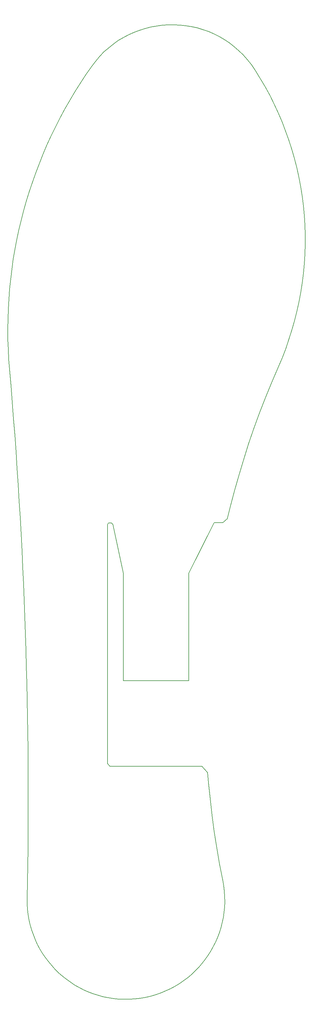
<source format=gbr>
G04 #@! TF.GenerationSoftware,KiCad,Pcbnew,(5.0.0)*
G04 #@! TF.CreationDate,2018-11-24T01:34:47+01:00*
G04 #@! TF.ProjectId,Insole_flex_32s,496E736F6C655F666C65785F3332732E,rev?*
G04 #@! TF.SameCoordinates,Original*
G04 #@! TF.FileFunction,Other,ECO1*
%FSLAX46Y46*%
G04 Gerber Fmt 4.6, Leading zero omitted, Abs format (unit mm)*
G04 Created by KiCad (PCBNEW (5.0.0)) date 11/24/18 01:34:47*
%MOMM*%
%LPD*%
G01*
G04 APERTURE LIST*
%ADD10C,0.200000*%
G04 APERTURE END LIST*
D10*
G04 #@! TO.C,REF\002A\002A*
X46400000Y-157400000D02*
X46000000Y-157000000D01*
X71650000Y-225800000D02*
X73300000Y-227550000D01*
X44900000Y-225000000D02*
X45600000Y-225800000D01*
X67900000Y-171200000D02*
X75100000Y-156900000D01*
X77600000Y-156900000D02*
X78900000Y-155800000D01*
X49400000Y-171200000D02*
X46400000Y-157400000D01*
X45200000Y-157000000D02*
X46000000Y-157000000D01*
X44900000Y-157500000D02*
X45200000Y-157000000D01*
X49400000Y-201600000D02*
X49400000Y-171200000D01*
X67900000Y-201600000D02*
X67900000Y-171200000D01*
X67900000Y-201600000D02*
X49400000Y-201600000D01*
X98608992Y-97129024D02*
X99194244Y-94445036D01*
X99694875Y-91749770D02*
X100111039Y-89045203D01*
X100111039Y-89045203D02*
X100442892Y-86333313D01*
X100930331Y-75452073D02*
X100842951Y-72733231D01*
X100934131Y-78173480D02*
X100930331Y-75452073D01*
X93311748Y-112885361D02*
X94407984Y-110310572D01*
X97184003Y-102455254D02*
X97938963Y-99799756D01*
X96343956Y-105093541D02*
X97184003Y-102455254D01*
X100854281Y-80895474D02*
X100934131Y-78173480D01*
X100690588Y-83616078D02*
X100854281Y-80895474D01*
X100442892Y-86333313D02*
X100690588Y-83616078D01*
X99194244Y-94445036D02*
X99694875Y-91749770D01*
X97938963Y-99799756D02*
X98608992Y-97129024D01*
X95418668Y-107712640D02*
X96343956Y-105093541D01*
X94407984Y-110310572D02*
X95418668Y-107712640D01*
X25053089Y-276156753D02*
X25732703Y-277437143D01*
X20660077Y-164885949D02*
X20887117Y-169560322D01*
X29059780Y-282129343D02*
X30032523Y-283184633D01*
X22353037Y-221014716D02*
X22392497Y-225694668D01*
X22679772Y-269214933D02*
X23010348Y-270668343D01*
X21639017Y-188264227D02*
X21787920Y-192941611D01*
X21787920Y-192941611D02*
X21921192Y-197619479D01*
X21294321Y-178911070D02*
X21474483Y-183587367D01*
X22297937Y-216335013D02*
X22353037Y-221014716D01*
X22300747Y-253777425D02*
X22230697Y-258458023D01*
X22156087Y-264692903D02*
X22250407Y-266225133D01*
X22424517Y-235055164D02*
X22417017Y-239735630D01*
X25732703Y-277437143D02*
X26475415Y-278676673D01*
X22140837Y-206976512D02*
X22227207Y-211655598D01*
X22250407Y-266225133D02*
X22425713Y-267733173D01*
X22230697Y-258458023D02*
X22144997Y-263138563D01*
X22227207Y-211655598D02*
X22297937Y-216335013D01*
X23892103Y-273481763D02*
X24438811Y-274837603D01*
X22393907Y-244416188D02*
X22355147Y-249096799D01*
X22425713Y-267733173D02*
X22679772Y-269214933D01*
X22416317Y-230374831D02*
X22424517Y-235055164D01*
X21474483Y-183587367D02*
X21639017Y-188264227D01*
X23415204Y-272091313D02*
X23892103Y-273481763D01*
X34420303Y-286872353D02*
X35630269Y-287650503D01*
X22392497Y-225694668D02*
X22416317Y-230374831D01*
X28141190Y-281024853D02*
X29059780Y-282129343D01*
X40855120Y-290125483D02*
X42246398Y-290574413D01*
X39495631Y-289606543D02*
X40855120Y-290125483D01*
X24438811Y-274837603D02*
X25053089Y-276156753D01*
X22038832Y-202297792D02*
X22140837Y-206976512D01*
X21921192Y-197619479D02*
X22038832Y-202297792D01*
X38170169Y-289019683D02*
X39495631Y-289606543D01*
X36880969Y-288366973D02*
X38170169Y-289019683D01*
X21098532Y-174235375D02*
X21294321Y-178911070D01*
X20887117Y-169560322D02*
X21098532Y-174235375D01*
X35630269Y-287650503D02*
X36880969Y-288366973D01*
X22144997Y-263138563D02*
X22156087Y-264692903D01*
X33253310Y-286034613D02*
X34420303Y-286872353D01*
X32131525Y-285139353D02*
X33253310Y-286034613D01*
X31057184Y-284188673D02*
X32131525Y-285139353D01*
X30032523Y-283184633D02*
X31057184Y-284188673D01*
X27278990Y-279873273D02*
X28141190Y-281024853D01*
X23010348Y-270668343D02*
X23415204Y-272091313D01*
X22355147Y-249096799D02*
X22300747Y-253777425D01*
X22417017Y-239735630D02*
X22393907Y-244416188D01*
X26475415Y-278676673D02*
X27278990Y-279873273D01*
X16779281Y-96456164D02*
X16680931Y-99291010D01*
X41495875Y-26374873D02*
X40385894Y-27839563D01*
X20431789Y-71341999D02*
X19783204Y-74085048D01*
X22735211Y-63207789D02*
X21908062Y-65902378D01*
X19595698Y-146196044D02*
X19885223Y-150867304D01*
X19194677Y-76842265D02*
X18666480Y-79612660D01*
X19783204Y-74085048D02*
X19194677Y-76842265D01*
X21140165Y-68614112D02*
X20431789Y-71341999D01*
X31453139Y-42387413D02*
X30161673Y-44909113D01*
X35667427Y-34982743D02*
X34206285Y-37423233D01*
X43919619Y-23737853D02*
X42675373Y-25007673D01*
X40385894Y-27839563D02*
X38757501Y-30189913D01*
X20417414Y-160212295D02*
X20660077Y-164885949D01*
X18666480Y-79612660D02*
X18198880Y-82395238D01*
X27750301Y-50026763D02*
X26630934Y-52620743D01*
X38757501Y-30189913D02*
X37184588Y-32571313D01*
X17530613Y-118188265D02*
X17913827Y-122853678D01*
X20159129Y-155539400D02*
X20417414Y-160212295D01*
X16939850Y-93627549D02*
X16779281Y-96456164D01*
X19885223Y-150867304D02*
X20159129Y-155539400D01*
X23621342Y-60531339D02*
X22735211Y-63207789D01*
X16645061Y-102131093D02*
X16671941Y-104975423D01*
X25569473Y-55236823D02*
X24566185Y-57874020D01*
X19290555Y-141525662D02*
X19595698Y-146196044D01*
X18969795Y-136856194D02*
X19290555Y-141525662D01*
X18281430Y-127520163D02*
X18633419Y-132187682D01*
X18633419Y-132187682D02*
X18969795Y-136856194D01*
X17913827Y-122853678D02*
X18281430Y-127520163D01*
X16671941Y-104975423D02*
X16761841Y-107823006D01*
X28927304Y-47455893D02*
X27750301Y-50026763D01*
X37184588Y-32571313D02*
X35667427Y-34982743D01*
X42675373Y-25007673D02*
X41495875Y-26374873D01*
X17131789Y-113523963D02*
X17530613Y-118188265D01*
X16915035Y-110672850D02*
X17131789Y-113523963D01*
X18198880Y-82395238D02*
X17792148Y-85189009D01*
X34206285Y-37423233D02*
X32801433Y-39891793D01*
X17162364Y-90806156D02*
X16939850Y-93627549D01*
X17446553Y-87992979D02*
X17162364Y-90806156D01*
X32801433Y-39891793D02*
X31453139Y-42387413D01*
X16680931Y-99291010D02*
X16645061Y-102131093D01*
X16761841Y-107823006D02*
X16915035Y-110672850D01*
X24566185Y-57874020D02*
X23621342Y-60531339D01*
X26630934Y-52620743D02*
X25569473Y-55236823D01*
X30161673Y-44909113D02*
X28927304Y-47455893D01*
X17792148Y-85189009D02*
X17446553Y-87992979D01*
X21908062Y-65902378D02*
X21140165Y-68614112D01*
X92175588Y-38521473D02*
X90934952Y-36046183D01*
X82116211Y-23347133D02*
X80803556Y-22215163D01*
X85679448Y-27311193D02*
X84558928Y-25895253D01*
X97155145Y-51312133D02*
X96322899Y-48705363D01*
X83369592Y-24573863D02*
X82116211Y-23347133D01*
X99158404Y-59246707D02*
X98573052Y-56584782D01*
X90934952Y-36046183D02*
X89613103Y-33603123D01*
X98573052Y-56584782D02*
X97905247Y-53939265D01*
X94412600Y-43560823D02*
X93334855Y-41027013D01*
X86726384Y-28821593D02*
X85679448Y-27311193D01*
X97905247Y-53939265D02*
X97155145Y-51312133D01*
X95408666Y-46120933D02*
X94412600Y-43560823D01*
X93334855Y-41027013D02*
X92175588Y-38521473D01*
X100081130Y-64611869D02*
X99661148Y-61923061D01*
X100418195Y-67311151D02*
X100081130Y-64611869D01*
X80803556Y-22215163D02*
X79436395Y-21178043D01*
X84558928Y-25895253D02*
X83369592Y-24573863D01*
X100842951Y-72733231D02*
X100672187Y-70018931D01*
X99661148Y-61923061D02*
X99158404Y-59246707D01*
X100672187Y-70018931D02*
X100418195Y-67311151D01*
X88210195Y-31194263D02*
X86726384Y-28821593D01*
X96322899Y-48705363D02*
X95408666Y-46120933D01*
X89613103Y-33603123D02*
X88210195Y-31194263D01*
X74538150Y-239677485D02*
X74006835Y-235060325D01*
X77568679Y-258073333D02*
X77568678Y-258073323D01*
X77568675Y-258073263D02*
X77568674Y-258073253D01*
X77568675Y-258073273D02*
X77568675Y-258073263D01*
X77568684Y-258073403D02*
X77568684Y-258073393D01*
X77568677Y-258073293D02*
X77568676Y-258073283D01*
X77568690Y-258073483D02*
X77568689Y-258073473D01*
X77568689Y-258073473D02*
X77568688Y-258073463D01*
X77568680Y-258073343D02*
X77568679Y-258073333D01*
X75872077Y-248892545D02*
X75159850Y-244288659D01*
X77568685Y-258073413D02*
X77568684Y-258073403D01*
X77568681Y-258073363D02*
X77568681Y-258073353D01*
X77568688Y-258073463D02*
X77568687Y-258073453D01*
X77568691Y-258073503D02*
X77568690Y-258073493D01*
X75159850Y-244288659D02*
X74538150Y-239677485D01*
X71650000Y-225800000D02*
X45600000Y-225800000D01*
X73565764Y-230438477D02*
X73300000Y-227550000D01*
X77568676Y-258073283D02*
X77568675Y-258073273D01*
X77568682Y-258073373D02*
X77568681Y-258073363D01*
X77568687Y-258073443D02*
X77568686Y-258073433D01*
X77568684Y-258073393D02*
X77568683Y-258073383D01*
X77568693Y-258073523D02*
X77568692Y-258073513D01*
X77568681Y-258073353D02*
X77568680Y-258073343D01*
X76674971Y-253487843D02*
X75872077Y-248892545D01*
X77568674Y-258073253D02*
X76674971Y-253487843D01*
X77568683Y-258073383D02*
X77568682Y-258073373D01*
X77568678Y-258073303D02*
X77568677Y-258073293D01*
X77568678Y-258073323D02*
X77568678Y-258073303D01*
X77568690Y-258073493D02*
X77568690Y-258073483D01*
X77568687Y-258073453D02*
X77568687Y-258073443D01*
X44900000Y-225000000D02*
X44900000Y-157500000D01*
X77568692Y-258073513D02*
X77568691Y-258073503D01*
X77568686Y-258073433D02*
X77568685Y-258073413D01*
X74006835Y-235060325D02*
X73565764Y-230438477D01*
X75553089Y-275461693D02*
X76126457Y-274139263D01*
X73445384Y-279217313D02*
X74210731Y-278003173D01*
X71735464Y-281520113D02*
X72619688Y-280390443D01*
X70794535Y-282603873D02*
X71735464Y-281520113D01*
X67649730Y-285555153D02*
X68749846Y-284623843D01*
X55743464Y-291134793D02*
X57222763Y-290793343D01*
X51136429Y-291681203D02*
X52687621Y-291581803D01*
X64060157Y-288004893D02*
X65303063Y-287248123D01*
X49601372Y-291696003D02*
X51136429Y-291681203D01*
X46588612Y-291480333D02*
X48084688Y-291628403D01*
X58667217Y-290376553D02*
X60075006Y-289886853D01*
X48084688Y-291628403D02*
X49601372Y-291696003D01*
X45115381Y-291253923D02*
X46588612Y-291480333D01*
X77568693Y-258073533D02*
X77568693Y-258073523D01*
X77568694Y-258073553D02*
X77568693Y-258073533D01*
X78082535Y-265635503D02*
X78144185Y-264146253D01*
X77568695Y-258073563D02*
X77568694Y-258073553D01*
X77725346Y-268562143D02*
X77942313Y-267108293D01*
X77568696Y-258073573D02*
X77568695Y-258073563D01*
X77568696Y-258073583D02*
X77568696Y-258073573D01*
X66500195Y-286430733D02*
X67649730Y-285555153D01*
X57222763Y-290793343D02*
X58667217Y-290376553D01*
X77568697Y-258073593D02*
X77568696Y-258073583D01*
X65303063Y-287248123D02*
X66500195Y-286430733D01*
X76632189Y-272785633D02*
X77068462Y-271403273D01*
X72619688Y-280390443D02*
X73445384Y-279217313D01*
X68749846Y-284623843D02*
X69798721Y-283639273D01*
X54231143Y-291398423D02*
X55743464Y-291134793D01*
X42246398Y-290574413D02*
X43667231Y-290951253D01*
X43667231Y-290951253D02*
X45115381Y-291253923D01*
X77568698Y-258073603D02*
X77568697Y-258073593D01*
X74210731Y-278003173D02*
X74913907Y-276750483D01*
X52687621Y-291581803D02*
X54231143Y-291398423D01*
X77839531Y-259604203D02*
X77568698Y-258073603D01*
X74913907Y-276750483D02*
X75553089Y-275461693D01*
X78024509Y-261128153D02*
X77839531Y-259604203D01*
X78125455Y-262642983D02*
X78024509Y-261128153D01*
X77942313Y-267108293D02*
X78082535Y-265635503D01*
X77433455Y-269994623D02*
X77725346Y-268562143D01*
X76126457Y-274139263D02*
X76632189Y-272785633D01*
X78144185Y-264146253D02*
X78125455Y-262642983D01*
X77068462Y-271403273D02*
X77433455Y-269994623D01*
X69798721Y-283639273D02*
X70794535Y-282603873D01*
X61444306Y-289326703D02*
X62773297Y-288698563D01*
X62773297Y-288698563D02*
X64060157Y-288004893D01*
X60075006Y-289886853D02*
X61444306Y-289326703D01*
X75055587Y-18636863D02*
X73518109Y-17980193D01*
X62164568Y-16059333D02*
X60515418Y-16168403D01*
X73518109Y-17980193D02*
X71949977Y-17418893D01*
X63816454Y-16046333D02*
X62164568Y-16059333D01*
X65466306Y-16129333D02*
X63816454Y-16046333D01*
X78019501Y-20235893D02*
X76557641Y-19388793D01*
X67109355Y-16308163D02*
X65466306Y-16129333D01*
X45223842Y-22565323D02*
X43919619Y-23737853D01*
X76557641Y-19388793D02*
X75055587Y-18636863D01*
X46583273Y-21489973D02*
X45223842Y-22565323D01*
X47993141Y-20511703D02*
X46583273Y-21489973D01*
X49448677Y-19630413D02*
X47993141Y-20511703D01*
X57244408Y-16675173D02*
X55632088Y-17073063D01*
X58873775Y-16373653D02*
X57244408Y-16675173D01*
X68740829Y-16582773D02*
X67109355Y-16308163D01*
X50945109Y-18846013D02*
X49448677Y-19630413D01*
X52477669Y-18158383D02*
X50945109Y-18846013D01*
X79436395Y-21178043D02*
X78019501Y-20235893D01*
X54041585Y-17567433D02*
X52477669Y-18158383D01*
X70355960Y-16953053D02*
X68740829Y-16582773D01*
X55632088Y-17073063D02*
X54041585Y-17567433D01*
X71949977Y-17418893D02*
X70355960Y-16953053D01*
X60515418Y-16168403D02*
X58873775Y-16373653D01*
X79738302Y-152410061D02*
X80897519Y-147926215D01*
X82144302Y-143462389D02*
X83478510Y-139019884D01*
X91455977Y-117172678D02*
X93311748Y-112885361D01*
X78900000Y-155800000D02*
X79738302Y-152410061D01*
X83478510Y-139019884D02*
X84900000Y-134600000D01*
X86408634Y-130204036D02*
X88004268Y-125833295D01*
X75100000Y-156900000D02*
X77600000Y-156900000D01*
X80897519Y-147926215D02*
X82144302Y-143462389D01*
X88004268Y-125833295D02*
X89686763Y-121489075D01*
X89686763Y-121489075D02*
X91455977Y-117172678D01*
X84900000Y-134600000D02*
X86408634Y-130204036D01*
G04 #@! TD*
M02*

</source>
